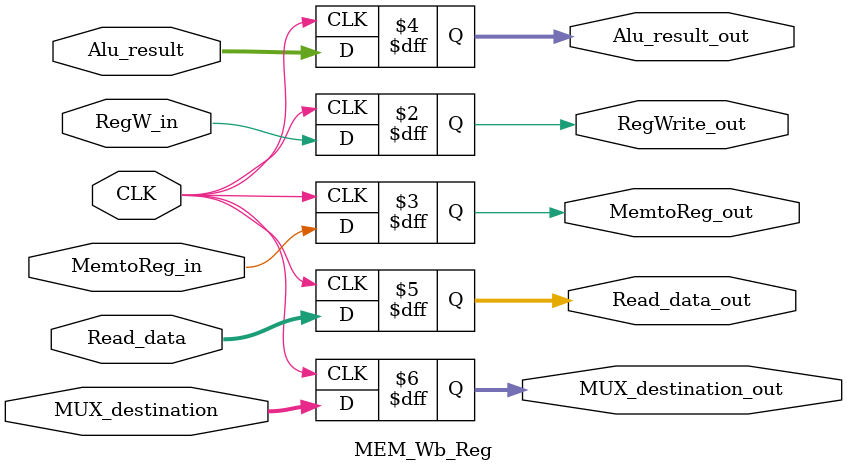
<source format=v>
module MEM_Wb_Reg(RegWrite_out,MemtoReg_out,Alu_result_out, MUX_destination_out ,Read_data_out, CLK, RegW_in, MemtoReg_in , Alu_result ,Read_data,MUX_destination);

// Inputs to Mem_Wb Register
input wire RegW_in,MemtoReg_in,CLK;
input wire[31:0] Alu_result, Read_data;
input wire [4:0] MUX_destination;

// Outputs to Mem_Wb Register
output reg RegWrite_out,MemtoReg_out;
output reg[31:0] Alu_result_out, Read_data_out;
output reg [4:0] MUX_destination_out;

always @(posedge CLK)

begin
RegWrite_out <= RegW_in;
MemtoReg_out <= MemtoReg_in;
Alu_result_out <= Alu_result;
Read_data_out <= Read_data;
MUX_destination_out <= MUX_destination;
end

endmodule



</source>
